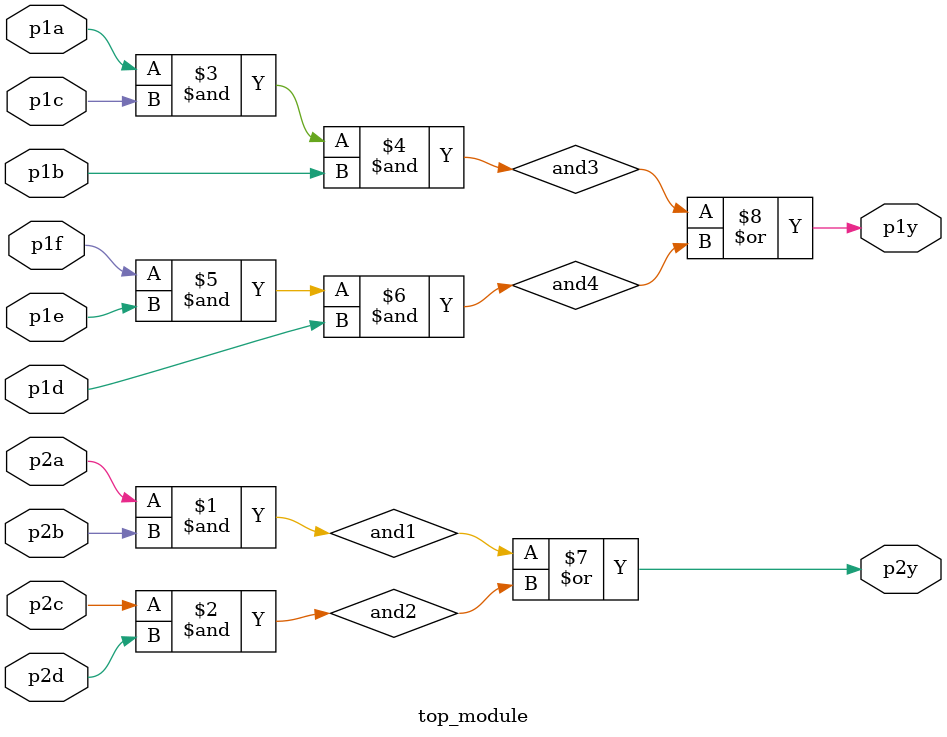
<source format=v>
module top_module ( 
    input p1a, p1b, p1c, p1d, p1e, p1f,
    output p1y,
    input p2a, p2b, p2c, p2d,
    output p2y );
    
    wire and1,and2,and3,and4;

	  assign and1 = p2a & p2b;
    assign and2 = p2c & p2d;
    assign and3 = p1a & p1c & p1b;
    assign and4 = p1f & p1e & p1d;
    assign p2y = and1 | and2;
    assign p1y = and3 | and4;

endmodule

</source>
